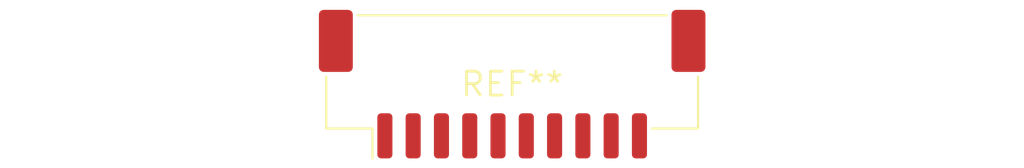
<source format=kicad_pcb>
(kicad_pcb (version 20240108) (generator pcbnew)
  (layers (0 "F.Cu" signal) (31 "B.Cu" signal) (34 "B.Paste" user) (35 "F.Paste" user) (36 "B.SilkS" user "B.Silkscreen") (37 "F.SilkS" user "F.Silkscreen") (38 "B.Mask" user) (39 "F.Mask" user) (44 "Edge.Cuts" user))
  (net 0 "")
  (footprint "JST_ZE_BM10B-ZESS-TBT_1x10-1MP_P1.50mm_Vertical" (layer "F.Cu") (at 0 0)
    (property "Reference" "REF**")
    (property "Value" "JST_ZE_BM10B-ZESS-TBT_1x10-1MP_P1.50mm_Vertical")
    (fp_line (start -9.86 -0.39) (end -9.86 2.36) (layer "F.SilkS") (stroke (width 0.12)))
    (fp_line (start -9.86 2.36) (end -7.41 2.36) (layer "F.SilkS") (stroke (width 0.12)))
    (fp_line (start -8.19 -3.66) (end 8.19 -3.66) (layer "F.SilkS") (stroke (width 0.12)))
    (fp_line (start -7.41 2.36) (end -7.41 3.95) (layer "F.SilkS") (stroke (width 0.12)))
    (fp_line (start 9.86 -0.39) (end 9.86 2.36) (layer "F.SilkS") (stroke (width 0.12)))
    (fp_line (start 9.86 2.36) (end 7.41 2.36) (layer "F.SilkS") (stroke (width 0.12)))
    (pad "1" smd roundrect (at -6.75 2.75) (size 0.8 2.4) (layers "F.Cu" "F.Paste" "F.Mask"))
    (pad "2" smd roundrect (at -5.25 2.75) (size 0.8 2.4) (layers "F.Cu" "F.Paste" "F.Mask"))
    (pad "3" smd roundrect (at -3.75 2.75) (size 0.8 2.4) (layers "F.Cu" "F.Paste" "F.Mask"))
    (pad "4" smd roundrect (at -2.25 2.75) (size 0.8 2.4) (layers "F.Cu" "F.Paste" "F.Mask"))
    (pad "5" smd roundrect (at -0.75 2.75) (size 0.8 2.4) (layers "F.Cu" "F.Paste" "F.Mask"))
    (pad "6" smd roundrect (at 0.75 2.75) (size 0.8 2.4) (layers "F.Cu" "F.Paste" "F.Mask"))
    (pad "7" smd roundrect (at 2.25 2.75) (size 0.8 2.4) (layers "F.Cu" "F.Paste" "F.Mask"))
    (pad "8" smd roundrect (at 3.75 2.75) (size 0.8 2.4) (layers "F.Cu" "F.Paste" "F.Mask"))
    (pad "9" smd roundrect (at 5.25 2.75) (size 0.8 2.4) (layers "F.Cu" "F.Paste" "F.Mask"))
    (pad "10" smd roundrect (at 6.75 2.75) (size 0.8 2.4) (layers "F.Cu" "F.Paste" "F.Mask"))
    (pad "MP" smd roundrect (at -9.35 -2.3) (size 1.8 3.3) (layers "F.Cu" "F.Paste" "F.Mask") (roundrect_rratio 0.138889))
    (pad "MP" smd roundrect (at 9.35 -2.3) (size 1.8 3.3) (layers "F.Cu" "F.Paste" "F.Mask") (roundrect_rratio 0.138889))
  )
)
</source>
